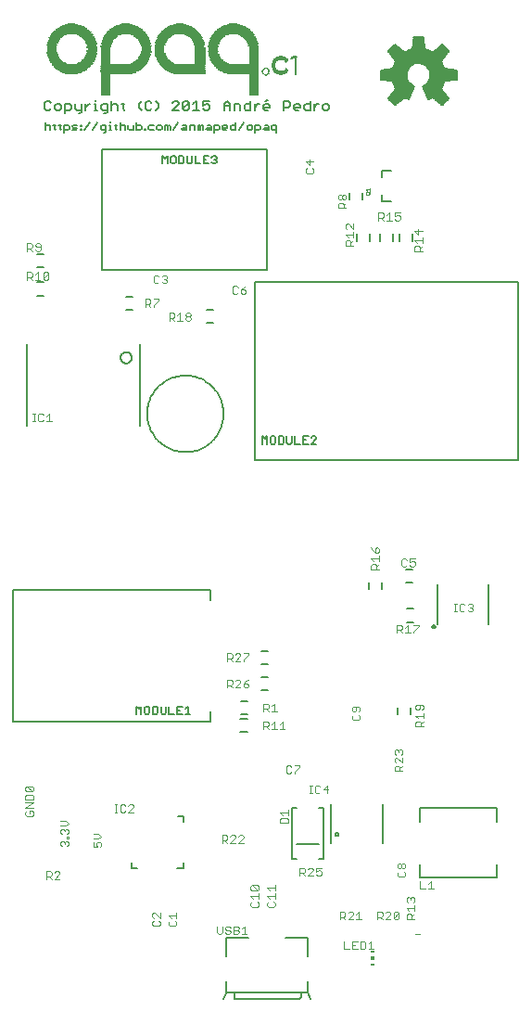
<source format=gto>
G75*
G70*
%OFA0B0*%
%FSLAX24Y24*%
%IPPOS*%
%LPD*%
%AMOC8*
5,1,8,0,0,1.08239X$1,22.5*
%
%ADD10C,0.0070*%
%ADD11R,0.0360X0.0020*%
%ADD12R,0.0040X0.0020*%
%ADD13R,0.0160X0.0020*%
%ADD14R,0.0080X0.0020*%
%ADD15R,0.0280X0.0020*%
%ADD16R,0.1060X0.0020*%
%ADD17R,0.0480X0.0020*%
%ADD18R,0.1140X0.0020*%
%ADD19R,0.1160X0.0020*%
%ADD20R,0.0600X0.0020*%
%ADD21R,0.1220X0.0020*%
%ADD22R,0.0020X0.0020*%
%ADD23R,0.0400X0.0020*%
%ADD24R,0.0700X0.0020*%
%ADD25R,0.1260X0.0020*%
%ADD26R,0.0440X0.0020*%
%ADD27R,0.0800X0.0020*%
%ADD28R,0.1300X0.0020*%
%ADD29R,0.1320X0.0020*%
%ADD30R,0.0500X0.0020*%
%ADD31R,0.0860X0.0020*%
%ADD32R,0.1340X0.0020*%
%ADD33R,0.0540X0.0020*%
%ADD34R,0.0940X0.0020*%
%ADD35R,0.1380X0.0020*%
%ADD36R,0.0200X0.0020*%
%ADD37R,0.1000X0.0020*%
%ADD38R,0.1400X0.0020*%
%ADD39R,0.1420X0.0020*%
%ADD40R,0.0180X0.0020*%
%ADD41R,0.0140X0.0020*%
%ADD42R,0.1440X0.0020*%
%ADD43R,0.0100X0.0020*%
%ADD44R,0.1120X0.0020*%
%ADD45R,0.1460X0.0020*%
%ADD46R,0.1480X0.0020*%
%ADD47R,0.0060X0.0020*%
%ADD48R,0.1500X0.0020*%
%ADD49R,0.1200X0.0020*%
%ADD50R,0.1520X0.0020*%
%ADD51R,0.1540X0.0020*%
%ADD52R,0.1560X0.0020*%
%ADD53R,0.1580X0.0020*%
%ADD54R,0.1360X0.0020*%
%ADD55R,0.1600X0.0020*%
%ADD56R,0.1620X0.0020*%
%ADD57R,0.1640X0.0020*%
%ADD58R,0.0620X0.0020*%
%ADD59R,0.0640X0.0020*%
%ADD60R,0.0380X0.0020*%
%ADD61R,0.0560X0.0020*%
%ADD62R,0.0580X0.0020*%
%ADD63R,0.0520X0.0020*%
%ADD64R,0.0460X0.0020*%
%ADD65R,0.0420X0.0020*%
%ADD66R,0.0220X0.0020*%
%ADD67R,0.1180X0.0020*%
%ADD68R,0.1100X0.0020*%
%ADD69R,0.1020X0.0020*%
%ADD70R,0.0780X0.0020*%
%ADD71R,0.0300X0.0020*%
%ADD72C,0.0050*%
%ADD73R,0.0220X0.0010*%
%ADD74C,0.0040*%
%ADD75C,0.0060*%
%ADD76C,0.0080*%
%ADD77R,0.0118X0.0059*%
%ADD78R,0.0118X0.0118*%
%ADD79C,0.0030*%
%ADD80C,0.0059*%
%ADD81C,0.0010*%
D10*
X015387Y038576D02*
X015387Y038907D01*
X015552Y038907D01*
X015608Y038852D01*
X015608Y038742D01*
X015552Y038686D01*
X015387Y038686D01*
X015239Y038742D02*
X015239Y038852D01*
X015184Y038907D01*
X015074Y038907D01*
X015019Y038852D01*
X015019Y038742D01*
X015074Y038686D01*
X015184Y038686D01*
X015239Y038742D01*
X014871Y038742D02*
X014816Y038686D01*
X014706Y038686D01*
X014651Y038742D01*
X014651Y038962D01*
X014706Y039017D01*
X014816Y039017D01*
X014871Y038962D01*
X015756Y038907D02*
X015756Y038742D01*
X015811Y038686D01*
X015976Y038686D01*
X015976Y038631D02*
X015921Y038576D01*
X015866Y038576D01*
X015976Y038631D02*
X015976Y038907D01*
X016124Y038907D02*
X016124Y038686D01*
X016124Y038797D02*
X016234Y038907D01*
X016289Y038907D01*
X016431Y038907D02*
X016486Y038907D01*
X016486Y038686D01*
X016431Y038686D02*
X016541Y038686D01*
X016676Y038742D02*
X016731Y038686D01*
X016897Y038686D01*
X016897Y038631D02*
X016897Y038907D01*
X016731Y038907D01*
X016676Y038852D01*
X016676Y038742D01*
X016787Y038576D02*
X016842Y038576D01*
X016897Y038631D01*
X017045Y038686D02*
X017045Y039017D01*
X017100Y038907D02*
X017210Y038907D01*
X017265Y038852D01*
X017265Y038686D01*
X017468Y038742D02*
X017523Y038686D01*
X017468Y038742D02*
X017468Y038962D01*
X017413Y038907D02*
X017523Y038907D01*
X017100Y038907D02*
X017045Y038852D01*
X016486Y039017D02*
X016486Y039072D01*
X018027Y038907D02*
X018137Y039017D01*
X018272Y038962D02*
X018272Y038742D01*
X018327Y038686D01*
X018438Y038686D01*
X018493Y038742D01*
X018641Y038686D02*
X018751Y038797D01*
X018751Y038907D01*
X018641Y039017D01*
X018493Y038962D02*
X018438Y039017D01*
X018327Y039017D01*
X018272Y038962D01*
X018027Y038907D02*
X018027Y038797D01*
X018137Y038686D01*
X019255Y038686D02*
X019475Y038907D01*
X019475Y038962D01*
X019420Y039017D01*
X019310Y039017D01*
X019255Y038962D01*
X019255Y038686D02*
X019475Y038686D01*
X019623Y038742D02*
X019843Y038962D01*
X019843Y038742D01*
X019788Y038686D01*
X019678Y038686D01*
X019623Y038742D01*
X019623Y038962D01*
X019678Y039017D01*
X019788Y039017D01*
X019843Y038962D01*
X019991Y038907D02*
X020101Y039017D01*
X020101Y038686D01*
X019991Y038686D02*
X020211Y038686D01*
X020360Y038742D02*
X020415Y038686D01*
X020525Y038686D01*
X020580Y038742D01*
X020580Y038852D01*
X020525Y038907D01*
X020470Y038907D01*
X020360Y038852D01*
X020360Y039017D01*
X020580Y039017D01*
X021096Y038907D02*
X021206Y039017D01*
X021316Y038907D01*
X021316Y038686D01*
X021465Y038686D02*
X021465Y038907D01*
X021630Y038907D01*
X021685Y038852D01*
X021685Y038686D01*
X021833Y038742D02*
X021833Y038852D01*
X021888Y038907D01*
X022053Y038907D01*
X022053Y039017D02*
X022053Y038686D01*
X021888Y038686D01*
X021833Y038742D01*
X022201Y038797D02*
X022311Y038907D01*
X022366Y038907D01*
X022508Y038852D02*
X022563Y038907D01*
X022673Y038907D01*
X022728Y038852D01*
X022728Y038797D01*
X022508Y038797D01*
X022508Y038742D02*
X022508Y038852D01*
X022508Y038742D02*
X022563Y038686D01*
X022673Y038686D01*
X022563Y039017D02*
X022673Y039072D01*
X022201Y038907D02*
X022201Y038686D01*
X021316Y038852D02*
X021096Y038852D01*
X021096Y038907D02*
X021096Y038686D01*
X023245Y038686D02*
X023245Y039017D01*
X023410Y039017D01*
X023465Y038962D01*
X023465Y038852D01*
X023410Y038797D01*
X023245Y038797D01*
X023613Y038797D02*
X023833Y038797D01*
X023833Y038852D01*
X023778Y038907D01*
X023668Y038907D01*
X023613Y038852D01*
X023613Y038742D01*
X023668Y038686D01*
X023778Y038686D01*
X023981Y038742D02*
X023981Y038852D01*
X024036Y038907D01*
X024202Y038907D01*
X024202Y039017D02*
X024202Y038686D01*
X024036Y038686D01*
X023981Y038742D01*
X024350Y038797D02*
X024460Y038907D01*
X024515Y038907D01*
X024657Y038852D02*
X024657Y038742D01*
X024712Y038686D01*
X024822Y038686D01*
X024877Y038742D01*
X024877Y038852D01*
X024822Y038907D01*
X024712Y038907D01*
X024657Y038852D01*
X024350Y038907D02*
X024350Y038686D01*
D11*
X023145Y039999D03*
X023145Y040579D03*
X022165Y040579D03*
X022165Y040559D03*
X022165Y040539D03*
X022165Y040519D03*
X022165Y040499D03*
X022165Y040479D03*
X022165Y040459D03*
X022165Y040439D03*
X022165Y040419D03*
X022165Y040399D03*
X022165Y040379D03*
X022165Y040359D03*
X022165Y040339D03*
X022165Y040599D03*
X022165Y040619D03*
X022165Y040639D03*
X022165Y040659D03*
X022165Y040679D03*
X022165Y040699D03*
X022165Y040719D03*
X022165Y040739D03*
X022165Y040759D03*
X022165Y040779D03*
X022165Y040799D03*
X022165Y040819D03*
X022165Y040839D03*
X022165Y040859D03*
X022165Y040879D03*
X022165Y040899D03*
X022165Y040919D03*
X022165Y040939D03*
X022165Y040959D03*
X022145Y041019D03*
X022145Y041039D03*
X022165Y039959D03*
X022165Y039939D03*
X022165Y039919D03*
X022165Y039899D03*
X022165Y039879D03*
X022165Y039859D03*
X022165Y039839D03*
X022165Y039819D03*
X022165Y039799D03*
X022165Y039779D03*
X022165Y039759D03*
X022165Y039739D03*
X022165Y039719D03*
X022165Y039699D03*
X022165Y039679D03*
X022165Y039659D03*
X022165Y039639D03*
X022165Y039619D03*
X022165Y039599D03*
X022165Y039579D03*
X022165Y039559D03*
X022165Y039539D03*
X022165Y039519D03*
X022165Y039499D03*
X022165Y039479D03*
X022165Y039459D03*
X022165Y039439D03*
X022165Y039419D03*
X022165Y039399D03*
X022165Y039379D03*
X022165Y039359D03*
X022165Y039339D03*
X022165Y039319D03*
X022165Y039299D03*
X022165Y039279D03*
X022165Y039259D03*
X022165Y039239D03*
X020725Y040719D03*
X020725Y040739D03*
X020725Y040759D03*
X020705Y040819D03*
X020705Y040839D03*
X020705Y040859D03*
X020705Y040879D03*
X020705Y040899D03*
X020705Y040919D03*
X020705Y040939D03*
X020725Y040999D03*
X020725Y041019D03*
X020725Y041039D03*
X020225Y041019D03*
X020225Y040999D03*
X020225Y040979D03*
X020225Y040959D03*
X020225Y040939D03*
X020205Y041079D03*
X018805Y041059D03*
X018785Y040999D03*
X018785Y040979D03*
X018785Y040959D03*
X018785Y040939D03*
X018785Y040919D03*
X018785Y040899D03*
X018785Y040879D03*
X018785Y040859D03*
X018785Y040839D03*
X018785Y040819D03*
X018785Y040799D03*
X018785Y040779D03*
X018785Y040759D03*
X018805Y040699D03*
X018305Y040799D03*
X018305Y040819D03*
X018305Y040839D03*
X018305Y040859D03*
X018305Y040879D03*
X018305Y040899D03*
X018305Y040919D03*
X018305Y040939D03*
X018305Y040959D03*
X018285Y041019D03*
X018285Y041039D03*
X018285Y040739D03*
X018285Y040719D03*
X016845Y040719D03*
X016845Y040699D03*
X016845Y040679D03*
X016845Y040659D03*
X016845Y040639D03*
X016845Y040619D03*
X016845Y040599D03*
X016845Y040579D03*
X016845Y040559D03*
X016845Y040539D03*
X016845Y040519D03*
X016845Y040499D03*
X016845Y040479D03*
X016845Y040459D03*
X016845Y040439D03*
X016845Y040419D03*
X016845Y040399D03*
X016845Y040379D03*
X016845Y040359D03*
X016845Y040339D03*
X016845Y039959D03*
X016845Y039939D03*
X016845Y039919D03*
X016845Y039899D03*
X016845Y039879D03*
X016845Y039859D03*
X016845Y039839D03*
X016845Y039819D03*
X016845Y039799D03*
X016845Y039779D03*
X016845Y039759D03*
X016845Y039739D03*
X016845Y039719D03*
X016845Y039699D03*
X016845Y039679D03*
X016845Y039659D03*
X016845Y039639D03*
X016845Y039619D03*
X016845Y039599D03*
X016845Y039579D03*
X016845Y039559D03*
X016845Y039539D03*
X016845Y039519D03*
X016845Y039499D03*
X016845Y039479D03*
X016845Y039459D03*
X016845Y039439D03*
X016845Y039419D03*
X016845Y039399D03*
X016845Y039379D03*
X016845Y039359D03*
X016845Y039339D03*
X016845Y039319D03*
X016845Y039299D03*
X016845Y039279D03*
X016845Y039259D03*
X016845Y039239D03*
X016845Y040739D03*
X016845Y040759D03*
X016845Y040779D03*
X016845Y040799D03*
X016845Y040819D03*
X016845Y040839D03*
X016845Y040859D03*
X016845Y040879D03*
X016845Y040899D03*
X016845Y040919D03*
X016845Y040939D03*
X016865Y040999D03*
X016865Y041019D03*
X016865Y041039D03*
X016365Y040919D03*
X016365Y040899D03*
X016365Y040879D03*
X016365Y040859D03*
X016365Y040839D03*
X016345Y040779D03*
X016345Y040759D03*
X016345Y040739D03*
X016345Y040979D03*
X016345Y040999D03*
X016345Y041019D03*
X016345Y041039D03*
X014925Y041039D03*
X014925Y041059D03*
X014905Y040999D03*
X014905Y040979D03*
X014905Y040959D03*
X014905Y040939D03*
X014905Y040919D03*
X014905Y040899D03*
X014905Y040879D03*
X014905Y040859D03*
X014905Y040839D03*
X014905Y040819D03*
X014905Y040799D03*
X014905Y040779D03*
X014925Y040719D03*
X014925Y040699D03*
D12*
X022485Y040079D03*
X022485Y040059D03*
X022505Y039999D03*
X022525Y039979D03*
X022605Y039939D03*
X022685Y039979D03*
X022705Y039999D03*
X022725Y040059D03*
X022725Y040079D03*
X022705Y040119D03*
X022705Y040139D03*
X022605Y040199D03*
X022505Y040139D03*
X023525Y040519D03*
D13*
X023145Y040619D03*
X022925Y040439D03*
X022905Y040419D03*
X022905Y040159D03*
X022925Y040139D03*
X023145Y039959D03*
X022605Y039959D03*
X022605Y040179D03*
D14*
X023545Y040539D03*
X023685Y040539D03*
X023685Y040519D03*
X023685Y040499D03*
X023685Y040479D03*
X023685Y040459D03*
X023685Y040439D03*
X023685Y040419D03*
X023685Y040399D03*
X023685Y040379D03*
X023685Y040359D03*
X023685Y040339D03*
X023685Y040319D03*
X023685Y040299D03*
X023685Y040279D03*
X023685Y040259D03*
X023685Y040239D03*
X023685Y040219D03*
X023685Y040199D03*
X023685Y040179D03*
X023685Y040159D03*
X023685Y040139D03*
X023685Y040119D03*
X023685Y040099D03*
X023685Y040079D03*
X023685Y040059D03*
X023685Y040039D03*
X023685Y040019D03*
X023685Y039999D03*
X023685Y039979D03*
X023685Y039959D03*
D15*
X023145Y039979D03*
X023145Y040599D03*
X019505Y041779D03*
X015625Y041779D03*
X015625Y039979D03*
D16*
X015635Y040139D03*
X015635Y041619D03*
X017195Y039979D03*
X017575Y041619D03*
X019515Y041619D03*
X019895Y039979D03*
X021435Y041619D03*
X021815Y039979D03*
D17*
X023145Y040539D03*
X020045Y041339D03*
X019505Y041759D03*
X018965Y041339D03*
X018945Y041319D03*
X018945Y040439D03*
X018965Y040419D03*
X016165Y040419D03*
X015625Y039999D03*
X015085Y040419D03*
X015085Y041339D03*
X015625Y041759D03*
D18*
X017235Y039999D03*
X021775Y039999D03*
D19*
X019845Y039999D03*
X019505Y041579D03*
X015625Y041579D03*
X015625Y040179D03*
D20*
X015625Y040019D03*
X015625Y041739D03*
X019505Y041739D03*
D21*
X019815Y040019D03*
X021435Y041559D03*
X021735Y040019D03*
X017575Y041559D03*
X017275Y040019D03*
X015635Y041559D03*
D22*
X022495Y040119D03*
X022495Y040099D03*
X022495Y040039D03*
X022495Y040019D03*
X022715Y040019D03*
X022715Y040039D03*
X022715Y040099D03*
X023335Y040179D03*
X023335Y040399D03*
D23*
X023145Y040559D03*
X023145Y040019D03*
X022105Y041159D03*
X022085Y041179D03*
X022085Y041199D03*
X020785Y041199D03*
X020785Y041179D03*
X020765Y041159D03*
X020745Y040659D03*
X020765Y040599D03*
X020785Y040579D03*
X020785Y040559D03*
X020185Y041139D03*
X020165Y041179D03*
X020145Y041219D03*
X018865Y041199D03*
X018845Y041179D03*
X018845Y041159D03*
X018825Y041119D03*
X018825Y040639D03*
X018845Y040599D03*
X018845Y040579D03*
X018865Y040559D03*
X018245Y040599D03*
X018225Y040579D03*
X018225Y040559D03*
X018245Y041159D03*
X018225Y041199D03*
X016925Y041199D03*
X016925Y041179D03*
X016905Y041159D03*
X016305Y041159D03*
X016305Y041139D03*
X016285Y041179D03*
X016285Y041199D03*
X016305Y040619D03*
X016305Y040599D03*
X016285Y040579D03*
X016285Y040559D03*
X016265Y040539D03*
X015005Y040519D03*
X014985Y040559D03*
X014965Y040579D03*
X014965Y040599D03*
X014945Y041119D03*
X014965Y041159D03*
X014965Y041179D03*
X014985Y041199D03*
X015005Y041239D03*
D24*
X015635Y041719D03*
X015635Y040039D03*
X017575Y041719D03*
X019515Y041719D03*
X021435Y041719D03*
D25*
X021435Y041539D03*
X021715Y040039D03*
X019795Y040039D03*
X019515Y041539D03*
X017575Y041539D03*
X017295Y040039D03*
X015635Y040219D03*
X015635Y041539D03*
D26*
X016225Y041279D03*
X016245Y041259D03*
X016245Y040499D03*
X016225Y040479D03*
X016965Y041259D03*
X016985Y041279D03*
X018165Y041279D03*
X018185Y041259D03*
X018905Y041279D03*
X018905Y040479D03*
X018185Y040499D03*
X018165Y040479D03*
X020105Y041279D03*
X020825Y041259D03*
X020845Y041279D03*
X020825Y040499D03*
X020845Y040479D03*
X022025Y041279D03*
X022045Y041259D03*
X023145Y040039D03*
X015025Y041279D03*
D27*
X015625Y041699D03*
X015625Y040059D03*
X019505Y041699D03*
D28*
X019515Y041519D03*
X021435Y041519D03*
X021695Y040059D03*
X017575Y041519D03*
X017315Y040059D03*
X015635Y040239D03*
X015635Y041519D03*
D29*
X019505Y041499D03*
X019765Y040059D03*
D30*
X018995Y040399D03*
X018115Y040419D03*
X018095Y040399D03*
X018115Y041339D03*
X018095Y041359D03*
X017055Y041359D03*
X017035Y041339D03*
X016175Y041339D03*
X016155Y041359D03*
X015115Y041359D03*
X015115Y040399D03*
X016155Y040399D03*
X020895Y040419D03*
X020915Y040399D03*
X020895Y041339D03*
X020915Y041359D03*
X021955Y041359D03*
X021975Y041339D03*
X023155Y040059D03*
D31*
X021435Y041679D03*
X019515Y041679D03*
X017575Y041679D03*
X015635Y041679D03*
X015635Y040079D03*
D32*
X015635Y040259D03*
X015635Y041499D03*
X017575Y041499D03*
X017335Y040079D03*
X019755Y040079D03*
X021435Y041499D03*
X021675Y040079D03*
D33*
X021935Y041379D03*
X023155Y040499D03*
X023155Y040079D03*
X019995Y041379D03*
X019015Y041379D03*
X018075Y041379D03*
X019015Y040379D03*
X015135Y040379D03*
X015135Y041379D03*
D34*
X015635Y041659D03*
X015635Y040099D03*
X017575Y041659D03*
X019515Y041659D03*
X021435Y041659D03*
D35*
X021435Y041479D03*
X021655Y040099D03*
X019735Y040099D03*
X017355Y040099D03*
X017575Y041479D03*
X015635Y041479D03*
D36*
X022965Y040479D03*
X023325Y040479D03*
X023625Y040579D03*
X023325Y040099D03*
X022965Y040099D03*
D37*
X021425Y041639D03*
X019505Y041639D03*
X015625Y041639D03*
X015625Y040119D03*
D38*
X015625Y040299D03*
X015625Y041459D03*
X017365Y040119D03*
X019505Y041459D03*
D39*
X019715Y040119D03*
X021435Y041439D03*
X021435Y041459D03*
X021635Y040119D03*
X017575Y041439D03*
X017575Y041459D03*
X015635Y040319D03*
D40*
X022935Y040459D03*
X022935Y040119D03*
X023635Y040599D03*
D41*
X023655Y040619D03*
X023335Y040459D03*
X023335Y040119D03*
X022895Y040179D03*
X022895Y040199D03*
X022875Y040219D03*
X022875Y040239D03*
X022875Y040259D03*
X022875Y040279D03*
X022875Y040299D03*
X022875Y040319D03*
X022875Y040339D03*
X022875Y040359D03*
X022895Y040379D03*
X022895Y040399D03*
D42*
X021625Y040139D03*
X019705Y040139D03*
X019505Y041439D03*
X017385Y040139D03*
X015625Y041439D03*
D43*
X023335Y040439D03*
X023335Y040139D03*
X023675Y040639D03*
D44*
X019505Y041599D03*
X015625Y041599D03*
X015625Y040159D03*
D45*
X017395Y040159D03*
X021615Y040159D03*
D46*
X019685Y040159D03*
X017405Y040179D03*
D47*
X022535Y040159D03*
X022675Y040159D03*
X023335Y040159D03*
X023335Y040419D03*
D48*
X021595Y040179D03*
X019675Y040179D03*
D49*
X019505Y041559D03*
X015625Y040199D03*
D50*
X017425Y040199D03*
X019665Y040199D03*
X021585Y040199D03*
D51*
X021575Y040219D03*
X019655Y040219D03*
X017435Y040219D03*
D52*
X017445Y040239D03*
X019645Y040239D03*
X021565Y040239D03*
D53*
X021555Y040259D03*
X019635Y040259D03*
X017455Y040259D03*
D54*
X015625Y040279D03*
X019505Y041479D03*
D55*
X019625Y040279D03*
X021545Y040279D03*
X021545Y040299D03*
X017465Y040299D03*
X017465Y040279D03*
D56*
X017475Y040319D03*
X019615Y040299D03*
X021535Y040319D03*
D57*
X019605Y040319D03*
D58*
X019095Y040339D03*
X019095Y041419D03*
X017575Y041739D03*
X017155Y041419D03*
X015215Y041419D03*
X015215Y040339D03*
X021015Y040339D03*
X021015Y041419D03*
X021435Y041739D03*
D59*
X021845Y041419D03*
X019925Y041419D03*
X017985Y041419D03*
X017985Y040339D03*
X016045Y040339D03*
X016045Y041419D03*
D60*
X016315Y041119D03*
X016315Y041099D03*
X016335Y041079D03*
X016335Y041059D03*
X016355Y040959D03*
X016355Y040939D03*
X016355Y040819D03*
X016355Y040799D03*
X016335Y040719D03*
X016335Y040699D03*
X016335Y040679D03*
X016315Y040659D03*
X016315Y040639D03*
X016855Y040959D03*
X016855Y040979D03*
X016875Y041059D03*
X016875Y041079D03*
X016875Y041099D03*
X016895Y041119D03*
X016895Y041139D03*
X018255Y041139D03*
X018255Y041119D03*
X018275Y041099D03*
X018275Y041079D03*
X018275Y041059D03*
X018295Y040999D03*
X018295Y040979D03*
X018295Y040779D03*
X018295Y040759D03*
X018275Y040699D03*
X018275Y040679D03*
X018275Y040659D03*
X018255Y040639D03*
X018255Y040619D03*
X018795Y040719D03*
X018795Y040739D03*
X018815Y040679D03*
X018815Y040659D03*
X018835Y040619D03*
X018795Y041019D03*
X018795Y041039D03*
X018815Y041079D03*
X018815Y041099D03*
X018835Y041139D03*
X020175Y041159D03*
X020195Y041119D03*
X020195Y041099D03*
X020215Y041059D03*
X020215Y041039D03*
X020235Y040919D03*
X020235Y040899D03*
X020235Y040879D03*
X020235Y040859D03*
X020235Y040839D03*
X020235Y040819D03*
X020235Y040799D03*
X020235Y040779D03*
X020235Y040759D03*
X020235Y040739D03*
X020235Y040719D03*
X020235Y040699D03*
X020235Y040679D03*
X020235Y040659D03*
X020235Y040639D03*
X020235Y040619D03*
X020235Y040599D03*
X020235Y040579D03*
X020235Y040559D03*
X020235Y040539D03*
X020235Y040519D03*
X020235Y040499D03*
X020235Y040479D03*
X020235Y040459D03*
X020235Y040439D03*
X020235Y040419D03*
X020235Y040399D03*
X020235Y040379D03*
X020235Y040359D03*
X020235Y040339D03*
X020755Y040619D03*
X020755Y040639D03*
X020735Y040679D03*
X020735Y040699D03*
X020715Y040779D03*
X020715Y040799D03*
X020715Y040959D03*
X020715Y040979D03*
X020735Y041059D03*
X020735Y041079D03*
X020735Y041099D03*
X020755Y041119D03*
X020755Y041139D03*
X022115Y041139D03*
X022115Y041119D03*
X022135Y041099D03*
X022135Y041079D03*
X022135Y041059D03*
X022155Y040999D03*
X022155Y040979D03*
X014955Y041139D03*
X014935Y041099D03*
X014935Y041079D03*
X014915Y041019D03*
X014915Y040759D03*
X014915Y040739D03*
X014935Y040679D03*
X014935Y040659D03*
X014955Y040639D03*
X014955Y040619D03*
D61*
X015165Y040359D03*
X015165Y041399D03*
X019045Y041399D03*
X019045Y040359D03*
D62*
X018035Y040359D03*
X018035Y041399D03*
X017115Y041399D03*
X016095Y041399D03*
X016095Y040359D03*
X019975Y041399D03*
X020975Y041399D03*
X021895Y041399D03*
X020975Y040359D03*
D63*
X020945Y040379D03*
X020945Y041379D03*
X020025Y041359D03*
X018985Y041359D03*
X018065Y040379D03*
X017085Y041379D03*
X016125Y041379D03*
X016125Y040379D03*
X023145Y040519D03*
D64*
X022015Y041299D03*
X021995Y041319D03*
X021435Y041759D03*
X020875Y041319D03*
X020855Y041299D03*
X020855Y040459D03*
X020875Y040439D03*
X020095Y041299D03*
X020075Y041319D03*
X018935Y041299D03*
X018935Y040459D03*
X018155Y040459D03*
X018135Y040439D03*
X018155Y041299D03*
X018135Y041319D03*
X017575Y041759D03*
X017015Y041319D03*
X016995Y041299D03*
X016215Y041299D03*
X016195Y041319D03*
X016215Y040459D03*
X016195Y040439D03*
X015075Y040439D03*
X015055Y040459D03*
X015055Y041299D03*
X015075Y041319D03*
D65*
X015015Y041259D03*
X014995Y041219D03*
X014995Y040539D03*
X015015Y040499D03*
X015035Y040479D03*
X016255Y040519D03*
X016275Y041219D03*
X016255Y041239D03*
X016935Y041219D03*
X016955Y041239D03*
X018195Y041239D03*
X018215Y041219D03*
X018235Y041179D03*
X018215Y040539D03*
X018195Y040519D03*
X018875Y040519D03*
X018875Y040539D03*
X018895Y040499D03*
X018875Y041219D03*
X018875Y041239D03*
X018895Y041259D03*
X020115Y041259D03*
X020135Y041239D03*
X020155Y041199D03*
X020795Y041219D03*
X020815Y041239D03*
X020795Y040539D03*
X020815Y040519D03*
X022055Y041239D03*
X022075Y041219D03*
D66*
X023615Y040559D03*
D67*
X021435Y041579D03*
X017575Y041579D03*
D68*
X017575Y041599D03*
X021435Y041599D03*
D69*
X017575Y041639D03*
D70*
X017575Y041699D03*
X021435Y041699D03*
D71*
X021435Y041779D03*
X017575Y041779D03*
D72*
X017014Y038295D02*
X017014Y038250D01*
X017014Y038160D02*
X017014Y037980D01*
X016969Y037980D02*
X017059Y037980D01*
X017210Y038025D02*
X017210Y038205D01*
X017165Y038160D02*
X017255Y038160D01*
X017362Y038115D02*
X017407Y038160D01*
X017497Y038160D01*
X017542Y038115D01*
X017542Y037980D01*
X017656Y038025D02*
X017702Y037980D01*
X017837Y037980D01*
X017837Y038160D01*
X017951Y038160D02*
X018086Y038160D01*
X018131Y038115D01*
X018131Y038025D01*
X018086Y037980D01*
X017951Y037980D01*
X017951Y038250D01*
X017656Y038160D02*
X017656Y038025D01*
X017362Y037980D02*
X017362Y038250D01*
X017210Y038025D02*
X017255Y037980D01*
X017014Y038160D02*
X016969Y038160D01*
X016854Y038160D02*
X016719Y038160D01*
X016674Y038115D01*
X016674Y038025D01*
X016719Y037980D01*
X016854Y037980D01*
X016854Y037935D02*
X016854Y038160D01*
X016854Y037935D02*
X016809Y037890D01*
X016764Y037890D01*
X016380Y037980D02*
X016560Y038250D01*
X016265Y038250D02*
X016085Y037980D01*
X015983Y037980D02*
X015938Y037980D01*
X015938Y038025D01*
X015983Y038025D01*
X015983Y037980D01*
X015983Y038115D02*
X015938Y038115D01*
X015938Y038160D01*
X015983Y038160D01*
X015983Y038115D01*
X015823Y038160D02*
X015688Y038160D01*
X015643Y038115D01*
X015688Y038070D01*
X015778Y038070D01*
X015823Y038025D01*
X015778Y037980D01*
X015643Y037980D01*
X015529Y038025D02*
X015483Y037980D01*
X015348Y037980D01*
X015348Y037890D02*
X015348Y038160D01*
X015483Y038160D01*
X015529Y038115D01*
X015529Y038025D01*
X015242Y037980D02*
X015197Y038025D01*
X015197Y038205D01*
X015152Y038160D02*
X015242Y038160D01*
X015046Y038160D02*
X014956Y038160D01*
X015001Y038205D02*
X015001Y038025D01*
X015046Y037980D01*
X014841Y037980D02*
X014841Y038115D01*
X014796Y038160D01*
X014706Y038160D01*
X014661Y038115D01*
X014661Y038250D02*
X014661Y037980D01*
X016701Y037303D02*
X016701Y032949D01*
X016717Y032949D02*
X022630Y032949D01*
X022630Y037303D01*
X016717Y037303D01*
X018246Y037980D02*
X018291Y037980D01*
X018291Y038025D01*
X018246Y038025D01*
X018246Y037980D01*
X018393Y038025D02*
X018438Y037980D01*
X018573Y037980D01*
X018688Y038025D02*
X018733Y037980D01*
X018823Y037980D01*
X018868Y038025D01*
X018868Y038115D01*
X018823Y038160D01*
X018733Y038160D01*
X018688Y038115D01*
X018688Y038025D01*
X018573Y038160D02*
X018438Y038160D01*
X018393Y038115D01*
X018393Y038025D01*
X018982Y037980D02*
X018982Y038160D01*
X019027Y038160D01*
X019072Y038115D01*
X019118Y038160D01*
X019163Y038115D01*
X019163Y037980D01*
X019072Y037980D02*
X019072Y038115D01*
X019277Y037980D02*
X019457Y038250D01*
X019617Y038160D02*
X019707Y038160D01*
X019752Y038115D01*
X019752Y037980D01*
X019617Y037980D01*
X019572Y038025D01*
X019617Y038070D01*
X019752Y038070D01*
X019866Y038160D02*
X020001Y038160D01*
X020047Y038115D01*
X020047Y037980D01*
X020161Y037980D02*
X020161Y038160D01*
X020206Y038160D01*
X020251Y038115D01*
X020296Y038160D01*
X020341Y038115D01*
X020341Y037980D01*
X020251Y037980D02*
X020251Y038115D01*
X020456Y038025D02*
X020501Y038070D01*
X020636Y038070D01*
X020636Y038115D02*
X020636Y037980D01*
X020501Y037980D01*
X020456Y038025D01*
X020501Y038160D02*
X020591Y038160D01*
X020636Y038115D01*
X020750Y038160D02*
X020885Y038160D01*
X020930Y038115D01*
X020930Y038025D01*
X020885Y037980D01*
X020750Y037980D01*
X020750Y037890D02*
X020750Y038160D01*
X021045Y038115D02*
X021090Y038160D01*
X021180Y038160D01*
X021225Y038115D01*
X021225Y038070D01*
X021045Y038070D01*
X021045Y038025D02*
X021045Y038115D01*
X021045Y038025D02*
X021090Y037980D01*
X021180Y037980D01*
X021340Y038025D02*
X021340Y038115D01*
X021385Y038160D01*
X021520Y038160D01*
X021520Y038250D02*
X021520Y037980D01*
X021385Y037980D01*
X021340Y038025D01*
X021634Y037980D02*
X021814Y038250D01*
X021929Y038115D02*
X021929Y038025D01*
X021974Y037980D01*
X022064Y037980D01*
X022109Y038025D01*
X022109Y038115D01*
X022064Y038160D01*
X021974Y038160D01*
X021929Y038115D01*
X022224Y038160D02*
X022359Y038160D01*
X022404Y038115D01*
X022404Y038025D01*
X022359Y037980D01*
X022224Y037980D01*
X022224Y037890D02*
X022224Y038160D01*
X022518Y038025D02*
X022563Y038070D01*
X022698Y038070D01*
X022698Y038115D02*
X022698Y037980D01*
X022563Y037980D01*
X022518Y038025D01*
X022563Y038160D02*
X022653Y038160D01*
X022698Y038115D01*
X022813Y038115D02*
X022813Y038025D01*
X022858Y037980D01*
X022993Y037980D01*
X022993Y037890D02*
X022993Y038160D01*
X022858Y038160D01*
X022813Y038115D01*
X020838Y036999D02*
X020838Y036954D01*
X020793Y036909D01*
X020838Y036864D01*
X020838Y036819D01*
X020793Y036774D01*
X020703Y036774D01*
X020658Y036819D01*
X020543Y036774D02*
X020363Y036774D01*
X020363Y037044D01*
X020543Y037044D01*
X020658Y036999D02*
X020703Y037044D01*
X020793Y037044D01*
X020838Y036999D01*
X020793Y036909D02*
X020748Y036909D01*
X020453Y036909D02*
X020363Y036909D01*
X020248Y036774D02*
X020068Y036774D01*
X020068Y037044D01*
X019954Y037044D02*
X019954Y036819D01*
X019909Y036774D01*
X019819Y036774D01*
X019774Y036819D01*
X019774Y037044D01*
X019659Y036999D02*
X019614Y037044D01*
X019479Y037044D01*
X019479Y036774D01*
X019614Y036774D01*
X019659Y036819D01*
X019659Y036999D01*
X019364Y036999D02*
X019319Y037044D01*
X019229Y037044D01*
X019184Y036999D01*
X019184Y036819D01*
X019229Y036774D01*
X019319Y036774D01*
X019364Y036819D01*
X019364Y036999D01*
X019070Y037044D02*
X019070Y036774D01*
X018890Y036774D02*
X018890Y037044D01*
X018980Y036954D01*
X019070Y037044D01*
X019866Y037980D02*
X019866Y038160D01*
X022201Y032508D02*
X031689Y032508D01*
X031689Y026130D01*
X022201Y026130D01*
X022201Y032508D01*
X018079Y030303D02*
X018079Y027350D01*
X018334Y027783D02*
X018336Y027857D01*
X018342Y027930D01*
X018352Y028004D01*
X018366Y028076D01*
X018383Y028148D01*
X018405Y028218D01*
X018430Y028288D01*
X018459Y028356D01*
X018491Y028422D01*
X018528Y028486D01*
X018567Y028549D01*
X018610Y028609D01*
X018656Y028667D01*
X018705Y028722D01*
X018757Y028775D01*
X018811Y028824D01*
X018868Y028871D01*
X018928Y028915D01*
X018990Y028955D01*
X019054Y028992D01*
X019120Y029025D01*
X019187Y029055D01*
X019256Y029081D01*
X019326Y029104D01*
X019398Y029122D01*
X019470Y029137D01*
X019543Y029148D01*
X019617Y029155D01*
X019691Y029158D01*
X019764Y029157D01*
X019838Y029152D01*
X019911Y029143D01*
X019984Y029130D01*
X020056Y029114D01*
X020127Y029093D01*
X020197Y029069D01*
X020265Y029041D01*
X020332Y029009D01*
X020397Y028974D01*
X020459Y028935D01*
X020520Y028893D01*
X020579Y028848D01*
X020635Y028800D01*
X020688Y028749D01*
X020738Y028695D01*
X020786Y028638D01*
X020830Y028579D01*
X020871Y028518D01*
X020909Y028454D01*
X020943Y028389D01*
X020974Y028322D01*
X021001Y028253D01*
X021024Y028183D01*
X021044Y028112D01*
X021060Y028040D01*
X021072Y027967D01*
X021080Y027894D01*
X021084Y027820D01*
X021084Y027746D01*
X021080Y027672D01*
X021072Y027599D01*
X021060Y027526D01*
X021044Y027454D01*
X021024Y027383D01*
X021001Y027313D01*
X020974Y027244D01*
X020943Y027177D01*
X020909Y027112D01*
X020871Y027048D01*
X020830Y026987D01*
X020786Y026928D01*
X020738Y026871D01*
X020688Y026817D01*
X020635Y026766D01*
X020579Y026718D01*
X020520Y026673D01*
X020459Y026631D01*
X020396Y026592D01*
X020332Y026557D01*
X020265Y026525D01*
X020197Y026497D01*
X020127Y026473D01*
X020056Y026452D01*
X019984Y026436D01*
X019911Y026423D01*
X019838Y026414D01*
X019764Y026409D01*
X019691Y026408D01*
X019617Y026411D01*
X019543Y026418D01*
X019470Y026429D01*
X019398Y026444D01*
X019326Y026462D01*
X019256Y026485D01*
X019187Y026511D01*
X019120Y026541D01*
X019054Y026574D01*
X018990Y026611D01*
X018928Y026651D01*
X018868Y026695D01*
X018811Y026742D01*
X018757Y026791D01*
X018705Y026844D01*
X018656Y026899D01*
X018610Y026957D01*
X018567Y027017D01*
X018528Y027080D01*
X018491Y027144D01*
X018459Y027210D01*
X018430Y027278D01*
X018405Y027348D01*
X018383Y027418D01*
X018366Y027490D01*
X018352Y027562D01*
X018342Y027636D01*
X018336Y027709D01*
X018334Y027783D01*
X017379Y029803D02*
X017381Y029831D01*
X017387Y029858D01*
X017396Y029884D01*
X017409Y029909D01*
X017426Y029932D01*
X017445Y029952D01*
X017467Y029969D01*
X017491Y029983D01*
X017517Y029993D01*
X017544Y030000D01*
X017572Y030003D01*
X017600Y030002D01*
X017627Y029997D01*
X017654Y029988D01*
X017679Y029976D01*
X017702Y029961D01*
X017723Y029942D01*
X017741Y029921D01*
X017756Y029897D01*
X017767Y029871D01*
X017775Y029845D01*
X017779Y029817D01*
X017779Y029789D01*
X017775Y029761D01*
X017767Y029735D01*
X017756Y029709D01*
X017741Y029685D01*
X017723Y029664D01*
X017702Y029645D01*
X017679Y029630D01*
X017654Y029618D01*
X017627Y029609D01*
X017600Y029604D01*
X017572Y029603D01*
X017544Y029606D01*
X017517Y029613D01*
X017491Y029623D01*
X017467Y029637D01*
X017445Y029654D01*
X017426Y029674D01*
X017409Y029697D01*
X017396Y029722D01*
X017387Y029748D01*
X017381Y029775D01*
X017379Y029803D01*
X014024Y030303D02*
X014024Y027350D01*
X013524Y021449D02*
X020610Y021449D01*
X020610Y021087D01*
X019801Y017271D02*
X019801Y017000D01*
X019711Y017000D02*
X019891Y017000D01*
X019711Y017180D02*
X019801Y017271D01*
X019596Y017271D02*
X019416Y017271D01*
X019416Y017000D01*
X019596Y017000D01*
X019506Y017135D02*
X019416Y017135D01*
X019302Y017000D02*
X019122Y017000D01*
X019122Y017271D01*
X019007Y017271D02*
X019007Y017045D01*
X018962Y017000D01*
X018872Y017000D01*
X018827Y017045D01*
X018827Y017271D01*
X018712Y017225D02*
X018667Y017271D01*
X018532Y017271D01*
X018532Y017000D01*
X018667Y017000D01*
X018712Y017045D01*
X018712Y017225D01*
X018418Y017225D02*
X018373Y017271D01*
X018283Y017271D01*
X018238Y017225D01*
X018238Y017045D01*
X018283Y017000D01*
X018373Y017000D01*
X018418Y017045D01*
X018418Y017225D01*
X018123Y017271D02*
X018123Y017000D01*
X017943Y017000D02*
X017943Y017271D01*
X018033Y017180D01*
X018123Y017271D01*
X020610Y017087D02*
X020610Y016724D01*
X013524Y016724D01*
X013524Y021449D01*
X022474Y026706D02*
X022474Y026976D01*
X022564Y026886D01*
X022654Y026976D01*
X022654Y026706D01*
X022769Y026751D02*
X022814Y026706D01*
X022904Y026706D01*
X022949Y026751D01*
X022949Y026931D01*
X022904Y026976D01*
X022814Y026976D01*
X022769Y026931D01*
X022769Y026751D01*
X023063Y026706D02*
X023063Y026976D01*
X023199Y026976D01*
X023244Y026931D01*
X023244Y026751D01*
X023199Y026706D01*
X023063Y026706D01*
X023358Y026751D02*
X023358Y026976D01*
X023538Y026976D02*
X023538Y026751D01*
X023493Y026706D01*
X023403Y026706D01*
X023358Y026751D01*
X023653Y026706D02*
X023833Y026706D01*
X023947Y026706D02*
X024128Y026706D01*
X024242Y026706D02*
X024422Y026886D01*
X024422Y026931D01*
X024377Y026976D01*
X024287Y026976D01*
X024242Y026931D01*
X024128Y026976D02*
X023947Y026976D01*
X023947Y026706D01*
X023947Y026841D02*
X024037Y026841D01*
X024242Y026706D02*
X024422Y026706D01*
X023653Y026706D02*
X023653Y026976D01*
X028158Y013610D02*
X030914Y013610D01*
X030914Y013138D01*
X030914Y011602D02*
X030914Y011130D01*
X028158Y011130D01*
X028158Y011602D01*
X028158Y013138D02*
X028158Y013610D01*
X024107Y008965D02*
X024103Y008965D01*
X023303Y008965D01*
X024103Y008965D02*
X024103Y008283D01*
X024103Y007402D02*
X024103Y006996D01*
X024107Y006998D01*
X024103Y006996D02*
X023866Y006996D01*
X023866Y006837D01*
X023867Y006836D02*
X023861Y006818D01*
X023853Y006802D01*
X023841Y006787D01*
X023827Y006775D01*
X023811Y006766D01*
X023793Y006760D01*
X023775Y006758D01*
X023756Y006759D01*
X023756Y006760D02*
X022646Y006760D01*
X021536Y006760D01*
X021521Y006761D01*
X021506Y006766D01*
X021493Y006773D01*
X021482Y006783D01*
X021473Y006796D01*
X021467Y006810D01*
X021465Y006825D01*
X021465Y006996D01*
X021189Y006996D01*
X021189Y007402D01*
X021195Y007010D02*
X021071Y006762D01*
X021465Y006996D02*
X023866Y006996D01*
X024099Y007006D02*
X024219Y006762D01*
X022656Y006762D02*
X022653Y006760D01*
X022650Y006759D01*
X022646Y006760D01*
X021189Y008281D02*
X021189Y008965D01*
X021988Y008965D01*
D73*
X028090Y009049D03*
D74*
X014007Y013330D02*
X013960Y013376D01*
X013960Y013470D01*
X014007Y013517D01*
X014100Y013517D02*
X014100Y013423D01*
X014100Y013517D02*
X014194Y013517D01*
X014240Y013470D01*
X014240Y013376D01*
X014194Y013330D01*
X014007Y013330D01*
X013960Y013624D02*
X014240Y013811D01*
X013960Y013811D01*
X013960Y013919D02*
X013960Y014059D01*
X014007Y014106D01*
X014194Y014106D01*
X014240Y014059D01*
X014240Y013919D01*
X013960Y013919D01*
X013960Y013624D02*
X014240Y013624D01*
X014194Y014214D02*
X014007Y014401D01*
X014194Y014401D01*
X014240Y014354D01*
X014240Y014260D01*
X014194Y014214D01*
X014007Y014214D01*
X013960Y014260D01*
X013960Y014354D01*
X014007Y014401D01*
X015226Y013164D02*
X015413Y013164D01*
X015506Y013071D01*
X015413Y012977D01*
X015226Y012977D01*
X015273Y012869D02*
X015319Y012869D01*
X015366Y012823D01*
X015413Y012869D01*
X015460Y012869D01*
X015506Y012823D01*
X015506Y012729D01*
X015460Y012683D01*
X015460Y012582D02*
X015506Y012582D01*
X015506Y012535D01*
X015460Y012535D01*
X015460Y012582D01*
X015460Y012427D02*
X015506Y012381D01*
X015506Y012287D01*
X015460Y012241D01*
X015366Y012334D02*
X015366Y012381D01*
X015413Y012427D01*
X015460Y012427D01*
X015366Y012381D02*
X015319Y012427D01*
X015273Y012427D01*
X015226Y012381D01*
X015226Y012287D01*
X015273Y012241D01*
X015273Y012683D02*
X015226Y012729D01*
X015226Y012823D01*
X015273Y012869D01*
X015366Y012823D02*
X015366Y012776D01*
X016401Y012694D02*
X016588Y012694D01*
X016681Y012601D01*
X016588Y012508D01*
X016401Y012508D01*
X016401Y012400D02*
X016401Y012213D01*
X016541Y012213D01*
X016494Y012306D01*
X016494Y012353D01*
X016541Y012400D01*
X016634Y012400D01*
X016681Y012353D01*
X016681Y012260D01*
X016634Y012213D01*
X017166Y013463D02*
X017259Y013463D01*
X017213Y013463D02*
X017213Y013743D01*
X017259Y013743D02*
X017166Y013743D01*
X017362Y013696D02*
X017362Y013510D01*
X017409Y013463D01*
X017502Y013463D01*
X017549Y013510D01*
X017657Y013463D02*
X017844Y013650D01*
X017844Y013696D01*
X017797Y013743D01*
X017704Y013743D01*
X017657Y013696D01*
X017549Y013696D02*
X017502Y013743D01*
X017409Y013743D01*
X017362Y013696D01*
X017657Y013463D02*
X017844Y013463D01*
X015192Y011304D02*
X015145Y011351D01*
X015051Y011351D01*
X015005Y011304D01*
X014897Y011304D02*
X014897Y011211D01*
X014850Y011164D01*
X014710Y011164D01*
X014804Y011164D02*
X014897Y011070D01*
X015005Y011070D02*
X015192Y011257D01*
X015192Y011304D01*
X015192Y011070D02*
X015005Y011070D01*
X014897Y011304D02*
X014850Y011351D01*
X014710Y011351D01*
X014710Y011070D01*
X018517Y009810D02*
X018517Y009717D01*
X018564Y009670D01*
X018564Y009562D02*
X018517Y009515D01*
X018517Y009422D01*
X018564Y009375D01*
X018750Y009375D01*
X018797Y009422D01*
X018797Y009515D01*
X018750Y009562D01*
X018797Y009670D02*
X018610Y009857D01*
X018564Y009857D01*
X018517Y009810D01*
X018797Y009857D02*
X018797Y009670D01*
X019107Y009763D02*
X019388Y009763D01*
X019388Y009670D02*
X019388Y009857D01*
X019201Y009670D02*
X019107Y009763D01*
X019154Y009562D02*
X019107Y009515D01*
X019107Y009422D01*
X019154Y009375D01*
X019341Y009375D01*
X019388Y009422D01*
X019388Y009515D01*
X019341Y009562D01*
X020851Y009373D02*
X020851Y009140D01*
X020898Y009093D01*
X020991Y009093D01*
X021038Y009140D01*
X021038Y009373D01*
X021146Y009326D02*
X021146Y009280D01*
X021192Y009233D01*
X021286Y009233D01*
X021332Y009186D01*
X021332Y009140D01*
X021286Y009093D01*
X021192Y009093D01*
X021146Y009140D01*
X021146Y009326D02*
X021192Y009373D01*
X021286Y009373D01*
X021332Y009326D01*
X021440Y009373D02*
X021580Y009373D01*
X021627Y009326D01*
X021627Y009280D01*
X021580Y009233D01*
X021440Y009233D01*
X021440Y009093D02*
X021440Y009373D01*
X021580Y009233D02*
X021627Y009186D01*
X021627Y009140D01*
X021580Y009093D01*
X021440Y009093D01*
X021735Y009093D02*
X021922Y009093D01*
X021828Y009093D02*
X021828Y009373D01*
X021735Y009280D01*
X022107Y010065D02*
X022294Y010065D01*
X022340Y010111D01*
X022340Y010205D01*
X022294Y010252D01*
X022340Y010359D02*
X022340Y010546D01*
X022340Y010453D02*
X022060Y010453D01*
X022154Y010359D01*
X022107Y010252D02*
X022060Y010205D01*
X022060Y010111D01*
X022107Y010065D01*
X022651Y010111D02*
X022697Y010065D01*
X022884Y010065D01*
X022931Y010111D01*
X022931Y010205D01*
X022884Y010252D01*
X022931Y010359D02*
X022931Y010546D01*
X022931Y010453D02*
X022651Y010453D01*
X022744Y010359D01*
X022697Y010252D02*
X022651Y010205D01*
X022651Y010111D01*
X022744Y010654D02*
X022651Y010748D01*
X022931Y010748D01*
X022931Y010841D02*
X022931Y010654D01*
X022340Y010701D02*
X022294Y010654D01*
X022107Y010841D01*
X022294Y010841D01*
X022340Y010794D01*
X022340Y010701D01*
X022294Y010654D02*
X022107Y010654D01*
X022060Y010701D01*
X022060Y010794D01*
X022107Y010841D01*
X021806Y012370D02*
X021619Y012370D01*
X021806Y012557D01*
X021806Y012603D01*
X021759Y012650D01*
X021666Y012650D01*
X021619Y012603D01*
X021511Y012603D02*
X021464Y012650D01*
X021371Y012650D01*
X021324Y012603D01*
X021216Y012603D02*
X021216Y012510D01*
X021170Y012463D01*
X021030Y012463D01*
X021123Y012463D02*
X021216Y012370D01*
X021324Y012370D02*
X021511Y012557D01*
X021511Y012603D01*
X021511Y012370D02*
X021324Y012370D01*
X021216Y012603D02*
X021170Y012650D01*
X021030Y012650D01*
X021030Y012370D01*
X023119Y013075D02*
X023119Y013215D01*
X023166Y013262D01*
X023352Y013262D01*
X023399Y013215D01*
X023399Y013075D01*
X023119Y013075D01*
X023212Y013369D02*
X023119Y013463D01*
X023399Y013463D01*
X023399Y013556D02*
X023399Y013369D01*
X024174Y014142D02*
X024267Y014142D01*
X024221Y014142D02*
X024221Y014422D01*
X024267Y014422D02*
X024174Y014422D01*
X024370Y014376D02*
X024370Y014189D01*
X024417Y014142D01*
X024510Y014142D01*
X024557Y014189D01*
X024665Y014282D02*
X024852Y014282D01*
X024805Y014142D02*
X024805Y014422D01*
X024665Y014282D01*
X024557Y014376D02*
X024510Y014422D01*
X024417Y014422D01*
X024370Y014376D01*
X023627Y014861D02*
X023627Y014907D01*
X023814Y015094D01*
X023814Y015141D01*
X023627Y015141D01*
X023519Y015094D02*
X023472Y015141D01*
X023379Y015141D01*
X023332Y015094D01*
X023332Y014907D01*
X023379Y014861D01*
X023472Y014861D01*
X023519Y014907D01*
X023292Y016452D02*
X023105Y016452D01*
X023199Y016452D02*
X023199Y016732D01*
X023105Y016639D01*
X022997Y016452D02*
X022811Y016452D01*
X022904Y016452D02*
X022904Y016732D01*
X022811Y016639D01*
X022703Y016685D02*
X022703Y016592D01*
X022656Y016545D01*
X022516Y016545D01*
X022609Y016545D02*
X022703Y016452D01*
X022516Y016452D02*
X022516Y016732D01*
X022656Y016732D01*
X022703Y016685D01*
X022713Y017089D02*
X022619Y017183D01*
X022666Y017183D02*
X022526Y017183D01*
X022526Y017089D02*
X022526Y017369D01*
X022666Y017369D01*
X022713Y017323D01*
X022713Y017229D01*
X022666Y017183D01*
X022821Y017276D02*
X022914Y017369D01*
X022914Y017089D01*
X022821Y017089D02*
X023007Y017089D01*
X021987Y017991D02*
X021987Y018037D01*
X021940Y018084D01*
X021800Y018084D01*
X021800Y017991D01*
X021847Y017944D01*
X021940Y017944D01*
X021987Y017991D01*
X021800Y018084D02*
X021893Y018178D01*
X021987Y018224D01*
X021692Y018178D02*
X021692Y018131D01*
X021505Y017944D01*
X021692Y017944D01*
X021692Y018178D02*
X021645Y018224D01*
X021552Y018224D01*
X021505Y018178D01*
X021397Y018178D02*
X021397Y018084D01*
X021351Y018037D01*
X021211Y018037D01*
X021211Y017944D02*
X021211Y018224D01*
X021351Y018224D01*
X021397Y018178D01*
X021304Y018037D02*
X021397Y017944D01*
X021397Y018894D02*
X021304Y018987D01*
X021351Y018987D02*
X021211Y018987D01*
X021211Y018894D02*
X021211Y019174D01*
X021351Y019174D01*
X021397Y019128D01*
X021397Y019034D01*
X021351Y018987D01*
X021505Y018894D02*
X021692Y019081D01*
X021692Y019128D01*
X021645Y019174D01*
X021552Y019174D01*
X021505Y019128D01*
X021505Y018894D02*
X021692Y018894D01*
X021800Y018894D02*
X021800Y018941D01*
X021987Y019128D01*
X021987Y019174D01*
X021800Y019174D01*
X025707Y017219D02*
X025707Y017126D01*
X025754Y017079D01*
X025801Y017079D01*
X025847Y017126D01*
X025847Y017266D01*
X025754Y017266D02*
X025941Y017266D01*
X025987Y017219D01*
X025987Y017126D01*
X025941Y017079D01*
X025941Y016971D02*
X025987Y016924D01*
X025987Y016831D01*
X025941Y016784D01*
X025754Y016784D01*
X025707Y016831D01*
X025707Y016924D01*
X025754Y016971D01*
X025707Y017219D02*
X025754Y017266D01*
X027275Y015723D02*
X027322Y015723D01*
X027368Y015676D01*
X027415Y015723D01*
X027462Y015723D01*
X027509Y015676D01*
X027509Y015583D01*
X027462Y015536D01*
X027509Y015428D02*
X027509Y015241D01*
X027322Y015428D01*
X027275Y015428D01*
X027228Y015381D01*
X027228Y015288D01*
X027275Y015241D01*
X027275Y015134D02*
X027368Y015134D01*
X027415Y015087D01*
X027415Y014947D01*
X027415Y015040D02*
X027509Y015134D01*
X027509Y014947D02*
X027228Y014947D01*
X027228Y015087D01*
X027275Y015134D01*
X027275Y015536D02*
X027228Y015583D01*
X027228Y015676D01*
X027275Y015723D01*
X027368Y015676D02*
X027368Y015629D01*
X027987Y016550D02*
X027987Y016690D01*
X028034Y016737D01*
X028127Y016737D01*
X028174Y016690D01*
X028174Y016550D01*
X028267Y016550D02*
X027987Y016550D01*
X028174Y016644D02*
X028267Y016737D01*
X028267Y016845D02*
X028267Y017032D01*
X028267Y016938D02*
X027987Y016938D01*
X028080Y016845D01*
X028080Y017140D02*
X028127Y017186D01*
X028127Y017326D01*
X028034Y017326D02*
X027987Y017280D01*
X027987Y017186D01*
X028034Y017140D01*
X028080Y017140D01*
X028220Y017140D02*
X028267Y017186D01*
X028267Y017280D01*
X028220Y017326D01*
X028034Y017326D01*
X027908Y019918D02*
X027908Y019965D01*
X028094Y020152D01*
X028094Y020198D01*
X027908Y020198D01*
X027706Y020198D02*
X027706Y019918D01*
X027613Y019918D02*
X027800Y019918D01*
X027613Y020105D02*
X027706Y020198D01*
X027505Y020152D02*
X027505Y020058D01*
X027458Y020012D01*
X027318Y020012D01*
X027412Y020012D02*
X027505Y019918D01*
X027318Y019918D02*
X027318Y020198D01*
X027458Y020198D01*
X027505Y020152D01*
X026671Y022199D02*
X026391Y022199D01*
X026391Y022339D01*
X026437Y022386D01*
X026531Y022386D01*
X026578Y022339D01*
X026578Y022199D01*
X026578Y022293D02*
X026671Y022386D01*
X026671Y022494D02*
X026671Y022681D01*
X026671Y022587D02*
X026391Y022587D01*
X026484Y022494D01*
X026531Y022788D02*
X026531Y022929D01*
X026578Y022975D01*
X026624Y022975D01*
X026671Y022929D01*
X026671Y022835D01*
X026624Y022788D01*
X026531Y022788D01*
X026437Y022882D01*
X026391Y022975D01*
X027484Y022535D02*
X027484Y022348D01*
X027531Y022302D01*
X027624Y022302D01*
X027671Y022348D01*
X027779Y022348D02*
X027825Y022302D01*
X027919Y022302D01*
X027966Y022348D01*
X027966Y022442D01*
X027919Y022489D01*
X027872Y022489D01*
X027779Y022442D01*
X027779Y022582D01*
X027966Y022582D01*
X027671Y022535D02*
X027624Y022582D01*
X027531Y022582D01*
X027484Y022535D01*
X029371Y020958D02*
X029464Y020958D01*
X029417Y020958D02*
X029417Y020677D01*
X029371Y020677D02*
X029464Y020677D01*
X029567Y020724D02*
X029614Y020677D01*
X029707Y020677D01*
X029754Y020724D01*
X029862Y020724D02*
X029908Y020677D01*
X030002Y020677D01*
X030049Y020724D01*
X030049Y020771D01*
X030002Y020818D01*
X029955Y020818D01*
X030002Y020818D02*
X030049Y020864D01*
X030049Y020911D01*
X030002Y020958D01*
X029908Y020958D01*
X029862Y020911D01*
X029754Y020911D02*
X029707Y020958D01*
X029614Y020958D01*
X029567Y020911D01*
X029567Y020724D01*
X027569Y011628D02*
X027523Y011628D01*
X027476Y011582D01*
X027476Y011488D01*
X027429Y011441D01*
X027382Y011441D01*
X027336Y011488D01*
X027336Y011582D01*
X027382Y011628D01*
X027429Y011628D01*
X027476Y011582D01*
X027476Y011488D02*
X027523Y011441D01*
X027569Y011441D01*
X027616Y011488D01*
X027616Y011582D01*
X027569Y011628D01*
X027569Y011334D02*
X027616Y011287D01*
X027616Y011194D01*
X027569Y011147D01*
X027382Y011147D01*
X027336Y011194D01*
X027336Y011287D01*
X027382Y011334D01*
X028152Y010988D02*
X028152Y010708D01*
X028339Y010708D01*
X028447Y010708D02*
X028634Y010708D01*
X028540Y010708D02*
X028540Y010988D01*
X028447Y010895D01*
X027942Y010361D02*
X027942Y010268D01*
X027895Y010221D01*
X027942Y010113D02*
X027942Y009926D01*
X027942Y010020D02*
X027661Y010020D01*
X027755Y009926D01*
X027801Y009819D02*
X027848Y009772D01*
X027848Y009632D01*
X027848Y009725D02*
X027942Y009819D01*
X027801Y009819D02*
X027708Y009819D01*
X027661Y009772D01*
X027661Y009632D01*
X027942Y009632D01*
X027383Y009657D02*
X027337Y009610D01*
X027243Y009610D01*
X027197Y009657D01*
X027383Y009844D01*
X027383Y009657D01*
X027197Y009657D02*
X027197Y009844D01*
X027243Y009890D01*
X027337Y009890D01*
X027383Y009844D01*
X027089Y009844D02*
X027042Y009890D01*
X026949Y009890D01*
X026902Y009844D01*
X026794Y009844D02*
X026794Y009750D01*
X026747Y009704D01*
X026607Y009704D01*
X026701Y009704D02*
X026794Y009610D01*
X026902Y009610D02*
X027089Y009797D01*
X027089Y009844D01*
X027089Y009610D02*
X026902Y009610D01*
X026794Y009844D02*
X026747Y009890D01*
X026607Y009890D01*
X026607Y009610D01*
X026045Y009610D02*
X025858Y009610D01*
X025951Y009610D02*
X025951Y009890D01*
X025858Y009797D01*
X025750Y009797D02*
X025750Y009844D01*
X025703Y009890D01*
X025610Y009890D01*
X025563Y009844D01*
X025456Y009844D02*
X025456Y009750D01*
X025409Y009704D01*
X025269Y009704D01*
X025362Y009704D02*
X025456Y009610D01*
X025563Y009610D02*
X025750Y009797D01*
X025750Y009610D02*
X025563Y009610D01*
X025456Y009844D02*
X025409Y009890D01*
X025269Y009890D01*
X025269Y009610D01*
X025413Y008839D02*
X025413Y008558D01*
X025599Y008558D01*
X025707Y008558D02*
X025894Y008558D01*
X026002Y008558D02*
X026142Y008558D01*
X026189Y008605D01*
X026189Y008792D01*
X026142Y008839D01*
X026002Y008839D01*
X026002Y008558D01*
X025801Y008698D02*
X025707Y008698D01*
X025707Y008558D02*
X025707Y008839D01*
X025894Y008839D01*
X026296Y008745D02*
X026390Y008839D01*
X026390Y008558D01*
X026483Y008558D02*
X026296Y008558D01*
X027708Y010221D02*
X027661Y010268D01*
X027661Y010361D01*
X027708Y010408D01*
X027755Y010408D01*
X027801Y010361D01*
X027848Y010408D01*
X027895Y010408D01*
X027942Y010361D01*
X027801Y010361D02*
X027801Y010314D01*
X024601Y011235D02*
X024554Y011189D01*
X024461Y011189D01*
X024414Y011235D01*
X024414Y011329D02*
X024508Y011375D01*
X024554Y011375D01*
X024601Y011329D01*
X024601Y011235D01*
X024414Y011329D02*
X024414Y011469D01*
X024601Y011469D01*
X024306Y011422D02*
X024260Y011469D01*
X024166Y011469D01*
X024120Y011422D01*
X024012Y011422D02*
X024012Y011329D01*
X023965Y011282D01*
X023825Y011282D01*
X023918Y011282D02*
X024012Y011189D01*
X024120Y011189D02*
X024306Y011375D01*
X024306Y011422D01*
X024306Y011189D02*
X024120Y011189D01*
X024012Y011422D02*
X023965Y011469D01*
X023825Y011469D01*
X023825Y011189D01*
X014895Y027516D02*
X014708Y027516D01*
X014802Y027516D02*
X014802Y027796D01*
X014708Y027703D01*
X014600Y027750D02*
X014554Y027796D01*
X014460Y027796D01*
X014414Y027750D01*
X014414Y027563D01*
X014460Y027516D01*
X014554Y027516D01*
X014600Y027563D01*
X014311Y027516D02*
X014217Y027516D01*
X014264Y027516D02*
X014264Y027796D01*
X014217Y027796D02*
X014311Y027796D01*
X018270Y031636D02*
X018270Y031916D01*
X018410Y031916D01*
X018457Y031869D01*
X018457Y031776D01*
X018410Y031729D01*
X018270Y031729D01*
X018364Y031729D02*
X018457Y031636D01*
X018565Y031636D02*
X018565Y031682D01*
X018752Y031869D01*
X018752Y031916D01*
X018565Y031916D01*
X018618Y032479D02*
X018712Y032479D01*
X018758Y032525D01*
X018866Y032525D02*
X018913Y032479D01*
X019006Y032479D01*
X019053Y032525D01*
X019053Y032572D01*
X019006Y032619D01*
X018960Y032619D01*
X019006Y032619D02*
X019053Y032665D01*
X019053Y032712D01*
X019006Y032759D01*
X018913Y032759D01*
X018866Y032712D01*
X018758Y032712D02*
X018712Y032759D01*
X018618Y032759D01*
X018571Y032712D01*
X018571Y032525D01*
X018618Y032479D01*
X019129Y031419D02*
X019269Y031419D01*
X019316Y031372D01*
X019316Y031279D01*
X019269Y031232D01*
X019129Y031232D01*
X019129Y031139D02*
X019129Y031419D01*
X019223Y031232D02*
X019316Y031139D01*
X019424Y031139D02*
X019611Y031139D01*
X019517Y031139D02*
X019517Y031419D01*
X019424Y031325D01*
X019719Y031325D02*
X019719Y031372D01*
X019765Y031419D01*
X019859Y031419D01*
X019905Y031372D01*
X019905Y031325D01*
X019859Y031279D01*
X019765Y031279D01*
X019719Y031325D01*
X019765Y031279D02*
X019719Y031232D01*
X019719Y031185D01*
X019765Y031139D01*
X019859Y031139D01*
X019905Y031185D01*
X019905Y031232D01*
X019859Y031279D01*
X021407Y032146D02*
X021407Y032333D01*
X021454Y032380D01*
X021547Y032380D01*
X021594Y032333D01*
X021702Y032240D02*
X021795Y032333D01*
X021889Y032380D01*
X021842Y032240D02*
X021702Y032240D01*
X021702Y032146D01*
X021749Y032100D01*
X021842Y032100D01*
X021889Y032146D01*
X021889Y032193D01*
X021842Y032240D01*
X021594Y032146D02*
X021547Y032100D01*
X021454Y032100D01*
X021407Y032146D01*
X025210Y035181D02*
X025210Y035321D01*
X025256Y035367D01*
X025350Y035367D01*
X025396Y035321D01*
X025396Y035181D01*
X025396Y035274D02*
X025490Y035367D01*
X025443Y035475D02*
X025396Y035475D01*
X025350Y035522D01*
X025350Y035615D01*
X025396Y035662D01*
X025443Y035662D01*
X025490Y035615D01*
X025490Y035522D01*
X025443Y035475D01*
X025350Y035522D02*
X025303Y035475D01*
X025256Y035475D01*
X025210Y035522D01*
X025210Y035615D01*
X025256Y035662D01*
X025303Y035662D01*
X025350Y035615D01*
X025490Y035181D02*
X025210Y035181D01*
X025514Y034610D02*
X025467Y034563D01*
X025467Y034470D01*
X025514Y034423D01*
X025514Y034610D02*
X025561Y034610D01*
X025748Y034423D01*
X025748Y034610D01*
X025748Y034315D02*
X025748Y034128D01*
X025748Y034222D02*
X025467Y034222D01*
X025561Y034128D01*
X025607Y034021D02*
X025654Y033974D01*
X025654Y033834D01*
X025654Y033927D02*
X025748Y034021D01*
X025607Y034021D02*
X025514Y034021D01*
X025467Y033974D01*
X025467Y033834D01*
X025748Y033834D01*
X026657Y034739D02*
X026657Y035019D01*
X026797Y035019D01*
X026844Y034972D01*
X026844Y034879D01*
X026797Y034832D01*
X026657Y034832D01*
X026751Y034832D02*
X026844Y034739D01*
X026952Y034739D02*
X027139Y034739D01*
X027045Y034739D02*
X027045Y035019D01*
X026952Y034926D01*
X027247Y034879D02*
X027247Y035019D01*
X027433Y035019D01*
X027387Y034926D02*
X027433Y034879D01*
X027433Y034786D01*
X027387Y034739D01*
X027293Y034739D01*
X027247Y034786D01*
X027247Y034879D02*
X027340Y034926D01*
X027387Y034926D01*
X027948Y034366D02*
X028088Y034226D01*
X028088Y034413D01*
X028228Y034366D02*
X027948Y034366D01*
X027948Y034025D02*
X028228Y034025D01*
X028228Y034118D02*
X028228Y033931D01*
X028228Y033824D02*
X028134Y033730D01*
X028134Y033777D02*
X028134Y033637D01*
X028228Y033637D02*
X027948Y033637D01*
X027948Y033777D01*
X027994Y033824D01*
X028088Y033824D01*
X028134Y033777D01*
X028041Y033931D02*
X027948Y034025D01*
X014787Y032829D02*
X014787Y032642D01*
X014741Y032595D01*
X014647Y032595D01*
X014600Y032642D01*
X014787Y032829D01*
X014741Y032876D01*
X014647Y032876D01*
X014600Y032829D01*
X014600Y032642D01*
X014493Y032595D02*
X014306Y032595D01*
X014399Y032595D02*
X014399Y032876D01*
X014306Y032782D01*
X014198Y032735D02*
X014151Y032689D01*
X014011Y032689D01*
X014105Y032689D02*
X014198Y032595D01*
X014198Y032735D02*
X014198Y032829D01*
X014151Y032876D01*
X014011Y032876D01*
X014011Y032595D01*
X014019Y033637D02*
X014019Y033917D01*
X014160Y033917D01*
X014206Y033870D01*
X014206Y033777D01*
X014160Y033730D01*
X014019Y033730D01*
X014113Y033730D02*
X014206Y033637D01*
X014314Y033683D02*
X014361Y033637D01*
X014454Y033637D01*
X014501Y033683D01*
X014501Y033870D01*
X014454Y033917D01*
X014361Y033917D01*
X014314Y033870D01*
X014314Y033823D01*
X014361Y033777D01*
X014501Y033777D01*
D75*
X014614Y033531D02*
X014378Y033531D01*
X014378Y033059D02*
X014614Y033059D01*
X014614Y032508D02*
X014378Y032508D01*
X014378Y032035D02*
X014614Y032035D01*
X017566Y032003D02*
X017802Y032003D01*
X017802Y031530D02*
X017566Y031530D01*
X020481Y031524D02*
X020717Y031524D01*
X020717Y031051D02*
X020481Y031051D01*
X025599Y035500D02*
X025599Y035736D01*
X026071Y035736D02*
X026071Y035500D01*
X025874Y034240D02*
X025874Y034004D01*
X026347Y034004D02*
X026347Y034240D01*
X026701Y034240D02*
X026701Y034004D01*
X027173Y034004D02*
X027173Y034240D01*
X027410Y034240D02*
X027410Y034004D01*
X027882Y034004D02*
X027882Y034240D01*
X027882Y022193D02*
X027646Y022193D01*
X027646Y021720D02*
X027882Y021720D01*
X028763Y021643D02*
X028763Y020223D01*
X027922Y020303D02*
X027685Y020303D01*
X027685Y020776D02*
X027922Y020776D01*
X026780Y021484D02*
X026780Y021720D01*
X026307Y021720D02*
X026307Y021484D01*
X022673Y019265D02*
X022436Y019265D01*
X022436Y018793D02*
X022673Y018793D01*
X022673Y018325D02*
X022436Y018325D01*
X022436Y017853D02*
X022673Y017853D01*
X021940Y017457D02*
X021703Y017457D01*
X021703Y016984D02*
X021940Y016984D01*
X021930Y016819D02*
X021693Y016819D01*
X021693Y016347D02*
X021930Y016347D01*
X024944Y013769D02*
X024944Y012349D01*
X026804Y012349D02*
X026804Y013769D01*
X027331Y016996D02*
X027331Y017232D01*
X027803Y017232D02*
X027803Y016996D01*
X030623Y020223D02*
X030623Y021643D01*
D76*
X028586Y020133D02*
X028588Y020148D01*
X028594Y020161D01*
X028603Y020173D01*
X028614Y020182D01*
X028628Y020188D01*
X028643Y020190D01*
X028658Y020188D01*
X028671Y020182D01*
X028683Y020173D01*
X028692Y020162D01*
X028698Y020148D01*
X028700Y020133D01*
X028698Y020118D01*
X028692Y020105D01*
X028683Y020093D01*
X028672Y020084D01*
X028658Y020078D01*
X028643Y020076D01*
X028628Y020078D01*
X028615Y020084D01*
X028603Y020093D01*
X028594Y020104D01*
X028588Y020118D01*
X028586Y020133D01*
X024673Y013610D02*
X024496Y013610D01*
X024673Y013610D02*
X024673Y011799D01*
X024496Y011799D01*
X023709Y011799D02*
X023532Y011799D01*
X023532Y013610D01*
X023709Y013610D01*
X023709Y012311D02*
X024496Y012311D01*
X025107Y012669D02*
X025109Y012684D01*
X025115Y012697D01*
X025124Y012709D01*
X025135Y012718D01*
X025149Y012724D01*
X025164Y012726D01*
X025179Y012724D01*
X025192Y012718D01*
X025204Y012709D01*
X025213Y012698D01*
X025219Y012684D01*
X025221Y012669D01*
X025219Y012654D01*
X025213Y012641D01*
X025204Y012629D01*
X025193Y012620D01*
X025179Y012614D01*
X025164Y012612D01*
X025149Y012614D01*
X025136Y012620D01*
X025124Y012629D01*
X025115Y012640D01*
X025109Y012654D01*
X025107Y012669D01*
X019654Y013138D02*
X019654Y013335D01*
X019457Y013335D01*
X019654Y011642D02*
X019654Y011445D01*
X019418Y011445D01*
X017961Y011445D02*
X017764Y011445D01*
X017764Y011642D01*
X026780Y035421D02*
X027095Y035421D01*
X026780Y035421D02*
X026780Y035657D01*
X026780Y036287D02*
X026780Y036524D01*
X027095Y036524D01*
D77*
X026445Y008453D03*
X026445Y007980D03*
D78*
X026445Y008217D03*
D79*
X024271Y036422D02*
X024077Y036422D01*
X024029Y036470D01*
X024029Y036567D01*
X024077Y036615D01*
X024174Y036716D02*
X024029Y036862D01*
X024319Y036862D01*
X024174Y036910D02*
X024174Y036716D01*
X024271Y036615D02*
X024319Y036567D01*
X024319Y036470D01*
X024271Y036422D01*
D80*
X027010Y039113D02*
X027247Y038875D01*
X027594Y039158D01*
X027662Y039119D01*
X027733Y039086D01*
X027931Y039563D01*
X027866Y039597D01*
X027809Y039640D01*
X027759Y039693D01*
X027719Y039753D01*
X027689Y039819D01*
X027671Y039889D01*
X027665Y039961D01*
X027672Y040042D01*
X027695Y040119D01*
X027731Y040191D01*
X027781Y040255D01*
X027841Y040309D01*
X027911Y040350D01*
X027986Y040378D01*
X028066Y040391D01*
X028147Y040389D01*
X028226Y040372D01*
X028300Y040340D01*
X028367Y040295D01*
X028425Y040239D01*
X028471Y040172D01*
X028504Y040099D01*
X028522Y040020D01*
X028526Y039939D01*
X028514Y039859D01*
X028488Y039783D01*
X028447Y039713D01*
X028395Y039652D01*
X028332Y039601D01*
X028260Y039563D01*
X028458Y039086D01*
X028529Y039119D01*
X028598Y039158D01*
X028944Y038875D01*
X029181Y039113D01*
X028899Y039459D01*
X028949Y039551D01*
X028989Y039648D01*
X029019Y039748D01*
X029463Y039793D01*
X029463Y040129D01*
X029019Y040174D01*
X028989Y040275D01*
X028388Y040275D01*
X028440Y040218D02*
X029006Y040218D01*
X028989Y040275D02*
X028949Y040372D01*
X028899Y040463D01*
X029181Y040810D01*
X028944Y041047D01*
X028598Y040765D01*
X028506Y040815D01*
X028409Y040855D01*
X028309Y040884D01*
X028263Y041329D01*
X027928Y041329D01*
X027882Y040884D01*
X027782Y040855D01*
X027685Y040815D01*
X027594Y040765D01*
X027247Y041047D01*
X027010Y040810D01*
X027292Y040463D01*
X027242Y040372D01*
X027202Y040275D01*
X027803Y040275D01*
X027752Y040218D02*
X027185Y040218D01*
X027172Y040174D02*
X026728Y040129D01*
X026728Y039793D01*
X027172Y039748D01*
X027202Y039648D01*
X027242Y039551D01*
X027292Y039459D01*
X027010Y039113D01*
X027019Y039124D02*
X027552Y039124D01*
X027481Y039066D02*
X027056Y039066D01*
X027114Y039009D02*
X027411Y039009D01*
X027340Y038951D02*
X027171Y038951D01*
X027229Y038894D02*
X027270Y038894D01*
X027066Y039182D02*
X027773Y039182D01*
X027796Y039239D02*
X027113Y039239D01*
X027160Y039297D02*
X027820Y039297D01*
X027844Y039354D02*
X027206Y039354D01*
X027253Y039412D02*
X027868Y039412D01*
X027892Y039469D02*
X027287Y039469D01*
X027255Y039527D02*
X027916Y039527D01*
X027890Y039584D02*
X027228Y039584D01*
X027204Y039642D02*
X027807Y039642D01*
X027754Y039700D02*
X027187Y039700D01*
X027085Y039757D02*
X027717Y039757D01*
X027691Y039815D02*
X026728Y039815D01*
X026728Y039872D02*
X027675Y039872D01*
X027668Y039930D02*
X026728Y039930D01*
X026728Y039987D02*
X027667Y039987D01*
X027673Y040045D02*
X026728Y040045D01*
X026728Y040102D02*
X027690Y040102D01*
X027716Y040160D02*
X027031Y040160D01*
X027172Y040174D02*
X027202Y040275D01*
X027226Y040333D02*
X027881Y040333D01*
X028062Y040390D02*
X027252Y040390D01*
X027284Y040448D02*
X028908Y040448D01*
X028933Y040505D02*
X027258Y040505D01*
X027211Y040563D02*
X028980Y040563D01*
X029027Y040620D02*
X027164Y040620D01*
X027117Y040678D02*
X029074Y040678D01*
X029121Y040736D02*
X027070Y040736D01*
X027023Y040793D02*
X027559Y040793D01*
X027645Y040793D02*
X028546Y040793D01*
X028632Y040793D02*
X029168Y040793D01*
X029140Y040851D02*
X028703Y040851D01*
X028774Y040908D02*
X029083Y040908D01*
X029025Y040966D02*
X028844Y040966D01*
X028915Y041023D02*
X028968Y041023D01*
X028420Y040851D02*
X027771Y040851D01*
X027885Y040908D02*
X028306Y040908D01*
X028300Y040966D02*
X027891Y040966D01*
X027897Y041023D02*
X028295Y041023D01*
X028289Y041081D02*
X027902Y041081D01*
X027908Y041138D02*
X028283Y041138D01*
X028277Y041196D02*
X027914Y041196D01*
X027920Y041254D02*
X028271Y041254D01*
X028265Y041311D02*
X027926Y041311D01*
X027488Y040851D02*
X027051Y040851D01*
X027108Y040908D02*
X027418Y040908D01*
X027347Y040966D02*
X027166Y040966D01*
X027223Y041023D02*
X027276Y041023D01*
X028094Y040390D02*
X028939Y040390D01*
X028966Y040333D02*
X028311Y040333D01*
X028476Y040160D02*
X029160Y040160D01*
X029463Y040102D02*
X028502Y040102D01*
X028516Y040045D02*
X029463Y040045D01*
X029463Y039987D02*
X028524Y039987D01*
X028524Y039930D02*
X029463Y039930D01*
X029463Y039872D02*
X028516Y039872D01*
X028498Y039815D02*
X029463Y039815D01*
X029106Y039757D02*
X028473Y039757D01*
X028436Y039700D02*
X029005Y039700D01*
X028987Y039642D02*
X028383Y039642D01*
X028300Y039584D02*
X028963Y039584D01*
X028936Y039527D02*
X028275Y039527D01*
X028299Y039469D02*
X028904Y039469D01*
X028938Y039412D02*
X028323Y039412D01*
X028347Y039354D02*
X028985Y039354D01*
X029032Y039297D02*
X028371Y039297D01*
X028395Y039239D02*
X029079Y039239D01*
X029125Y039182D02*
X028419Y039182D01*
X028442Y039124D02*
X028538Y039124D01*
X028639Y039124D02*
X029172Y039124D01*
X029135Y039066D02*
X028710Y039066D01*
X028780Y039009D02*
X029077Y039009D01*
X029020Y038951D02*
X028851Y038951D01*
X028921Y038894D02*
X028962Y038894D01*
X027749Y039124D02*
X027653Y039124D01*
D81*
X026350Y035900D02*
X026350Y035800D01*
X026350Y035753D02*
X026300Y035702D01*
X026350Y035677D02*
X026325Y035652D01*
X026225Y035652D01*
X026200Y035677D01*
X026200Y035728D01*
X026225Y035753D01*
X026325Y035753D01*
X026350Y035728D01*
X026350Y035677D01*
X026250Y035800D02*
X026200Y035850D01*
X026350Y035850D01*
M02*

</source>
